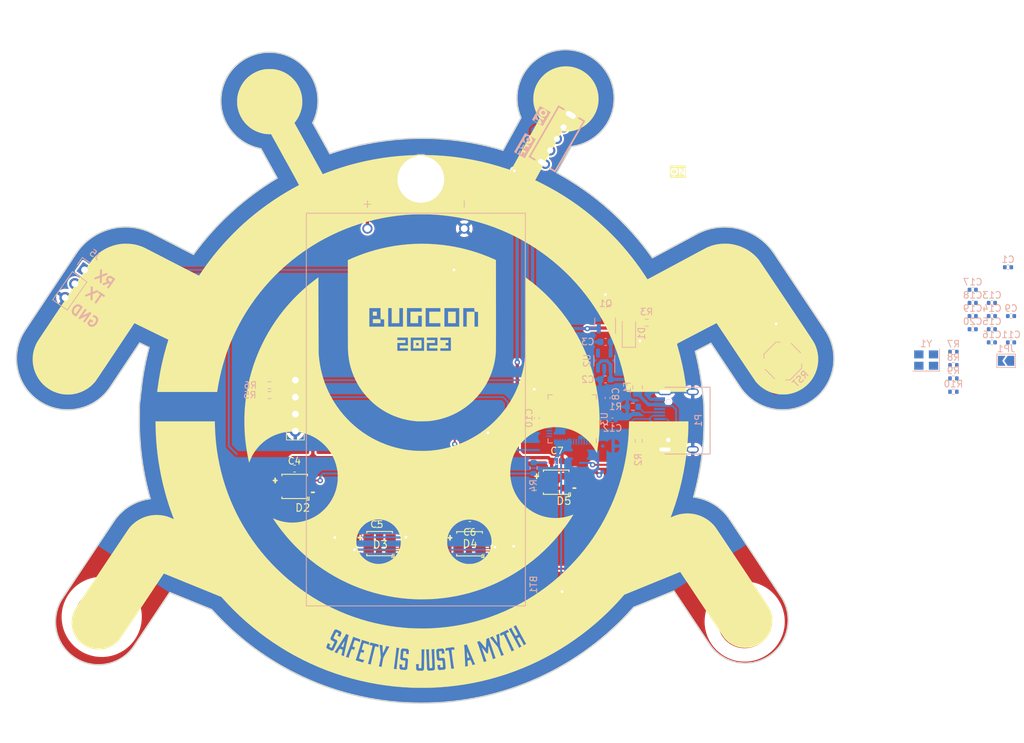
<source format=kicad_pcb>
(kicad_pcb (version 20221018) (generator pcbnew)
  (layers (0 "F.Cu" signal) (31 "B.Cu" signal) (34 "B.Paste" user) (35 "F.Paste" user) (36 "B.SilkS" user "B.Silkscreen") (37 "F.SilkS" user "F.Silkscreen") (38 "B.Mask" user) (39 "F.Mask" user) (44 "Edge.Cuts" user))
  (net 0 "")
  (net 1 "+3V3")
  (net 2 "GND")
  (net 3 "+3.3V")
  (net 4 "Net-(D1-K)")
  (net 5 "VBUS")
  (net 6 "Net-(F1-Pad1)")
  (net 7 "/SDA")
  (net 8 "/SCL")
  (net 9 "/TX")
  (net 10 "/RX")
  (net 11 "+BATT")
  (net 12 "Net-(P1-CC)")
  (net 13 "/D+")
  (net 14 "/D-")
  (net 15 "Net-(P1-VCONN)")
  (net 16 "/PIN")
  (net 17 "Net-(D2-DIN)")
  (net 18 "/RST")
  (net 19 "/IN1")
  (net 21 "Net-(D2-DOUT)")
  (net 22 "Net-(D3-DOUT)")
  (net 23 "Net-(D4-DOUT)")
  (net 25 "/IN2")
  (net 26 "+1V2")
  (net 27 "Net-(U3-XIN)")
  (net 28 "Net-(C11-Pad1)")
  (net 29 "/QSPI_CS")
  (net 30 "Net-(U3-USB_DP)")
  (net 31 "Net-(U3-USB_DM)")
  (net 32 "Net-(U3-XOUT)")
  (net 33 "/QSPI_SS")
  (net 48 "/RESET")
  (net 62 "/QSPI_SD3")
  (net 63 "/QSPI_SCK")
  (net 64 "/QSPI_SD0")
  (net 65 "/QSPI_SD2")
  (net 66 "/QSPI_SD1")
  (footprint "Connector_PinSocket_2.54mm:PinSocket_1x04_P2.54mm_Vertical" (layer "F.Cu") (at 131.54 95.98)
    (fp_text reference "J1")
    (fp_text value "I2C")
  )
  (footprint "BugCON2023_samd11:LED-SMD_4P-L3.5-W3.5-TL_WS2812B" (layer "F.Cu") (at 131.437 111.8905)
    (fp_text reference "D2")
    (fp_text value "WS2812B" hide)
  )
  (footprint "kibuzzard-652DCDAF" (layer "F.Cu") (at 188.82 64.75)
    (fp_text reference "kibuzzard-652DCDAF" hide)
    (fp_text value "G***" hide)
  )
  (footprint "Capacitor_SMD:C_0603_1608Metric" (layer "F.Cu") (at 170.695 108.08 180)
    (fp_text reference "C7")
    (fp_text value "0.1uF")
  )
  (footprint "BugCON2023_samd11:Piad" (layer "F.Cu") (at 102.61 131.22)
    (fp_text reference "J3" hide)
    (fp_text value "PAD2" hide)
  )
  (footprint "" (layer "F.Cu") (at 150.33 65.91)
    (fp_text reference "")
    (fp_text value "")
  )
  (footprint "BugCON2023_samd11:LED-SMD_4P-L3.5-W3.5-TL_WS2812B" (layer "F.Cu") (at 157.622 120.48)
    (fp_text reference "D4")
    (fp_text value "WS2812B" hide)
  )
  (footprint "BugCON2023_samd11:LED-SMD_4P-L3.5-W3.5-TL_WS2812B" (layer "F.Cu") (at 170.595 111.255)
    (fp_text reference "D5")
    (fp_text value "WS2812B" hide)
  )
  (footprint "BugCON2023_samd11:LED-SMD_4P-L3.5-W3.5-TL_WS2812B" (layer "F.Cu") (at 144.158 120.45)
    (fp_text reference "D3")
    (fp_text value "WS2812B" hide)
  )
  (footprint "Capacitor_SMD:C_0603_1608Metric" (layer "F.Cu") (at 157.672 117.655 180)
    (fp_text reference "C6")
    (fp_text value "0.1uF")
  )
  (footprint "Capacitor_SMD:C_0603_1608Metric" (layer "F.Cu") (at 143.808 117.55 180)
    (fp_text reference "C5")
    (fp_text value "0.1uF")
  )
  (footprint "BugCON2023_samd11:Piad" (layer "F.Cu") (at 198.65 131.99 70)
    (fp_text reference "J4" hide)
    (fp_text value "PAD" hide)
  )
  (footprint "BugCON2023_samd11:Bugcon_svg" (layer "F.Cu") (at 151.022114 95.525413)
    (fp_text reference "Ref**" hide)
    (fp_text value "Val**" hide)
    (fp_line (start -52.297296 -18.546247) (end -59.963296 -7.024185) (stroke (width 0.2)) (layer "Edge.Cuts"))
    (fp_line (start -47.20508 1.490518) (end -42.795515 -5.123829) (stroke (width 0.2)) (layer "Edge.Cuts"))
    (fp_line (start -46.642353 21.545733) (end -54.317578 33.05857) (stroke (width 0.2)) (layer "Edge.Cuts"))
    (fp_line (start -43.607318 40.198744) (end -38.302926 32.246768) (stroke (width 0.2)) (layer "Edge.Cuts"))
    (fp_line (start -42.832415 4.138101) (end -42.850865 6.536609) (stroke (width 0.2)) (layer "Edge.Cuts"))
    (fp_line (start -42.795515 -5.123829) (end -41.393311 -4.441177) (stroke (width 0.2)) (layer "Edge.Cuts"))
    (fp_line (start -42.574114 1.841069) (end -42.832415 4.138101) (stroke (width 0.2)) (layer "Edge.Cuts"))
    (fp_line (start -38.302926 32.246768) (end -32.00223 34.811326) (stroke (width 0.2)) (layer "Edge.Cuts"))
    (fp_line (start -34.742064 -18.380197) (end -40.553833 -21.359882) (stroke (width 0.2)) (layer "Edge.Cuts"))
    (fp_line (start -24.640656 -34.210348) (end -22.205248 -29.810009) (stroke (width 0.2)) (layer "Edge.Cuts"))
    (fp_line (start -14.327073 -33.463121) (end -16.882406 -38.084861) (stroke (width 0.2)) (layer "Edge.Cuts"))
    (fp_line (start 14.30742 -38.841313) (end 11.613712 -33.970498) (stroke (width 0.2)) (layer "Edge.Cuts"))
    (fp_line (start 19.657938 -30.612587) (end 21.82582 -34.533224) (stroke (width 0.2)) (layer "Edge.Cuts"))
    (fp_line (start 31.18 34.47) (end 37.21317 32.016142) (stroke (width 0.2)) (layer "Edge.Cuts"))
    (fp_line (start 37.21317 32.016142) (end 42.517562 39.968118) (stroke (width 0.2)) (layer "Edge.Cuts"))
    (fp_line (start 40.414255 -3.869225) (end 42.738963 -5.077704) (stroke (width 0.2)) (layer "Edge.Cuts"))
    (fp_line (start 40.44193 -21.341432) (end 33.984409 -17.87282) (stroke (width 0.2)) (layer "Edge.Cuts"))
    (fp_line (start 41.70576 4.128876) (end 41.447459 1.831844) (stroke (width 0.2)) (layer "Edge.Cuts"))
    (fp_line (start 41.72421 6.518159) (end 41.70576 4.128876) (stroke (width 0.2)) (layer "Edge.Cuts"))
    (fp_line (start 42.738963 -5.077704) (end 47.120852 1.490518) (stroke (width 0.2)) (layer "Edge.Cuts"))
    (fp_line (start 53.227822 32.827945) (end 45.552597 21.296657) (stroke (width 0.2)) (layer "Edge.Cuts"))
    (fp_line (start 59.879069 -7.024185) (end 52.203844 -18.537022) (stroke (width 0.2)) (layer "Edge.Cuts"))
    (fp_curve (pts (xy -61.097975 -1.267766) (xy -60.692073 0.74329) (xy -59.538945 2.468371) (xy -57.832314 3.612275)) (stroke (width 0.2)) (layer "Edge.Cuts"))
    (fp_curve (pts (xy -59.963296 -7.024185) (xy -61.097975 -5.317554) (xy -61.503876 -3.278823) (xy -61.097975 -1.267766)) (stroke (width 0.2)) (layer "Edge.Cuts"))
    (fp_curve (pts (xy -57.832314 3.612275) (xy -56.568485 4.451752) (xy -55.101705 4.903779) (xy -53.5888 4.903779)) (stroke (width 0.2)) (layer "Edge.Cuts"))
    (fp_curve (pts (xy -55.276981 37.892486) (xy -54.935655 39.580667) (xy -53.967027 41.028996) (xy -52.537147 41.988399)) (stroke (width 0.2)) (layer "Edge.Cuts"))
    (fp_curve (pts (xy -54.317578 33.05857) (xy -55.267756 34.48845) (xy -55.609082 36.204306) (xy -55.276981 37.892486)) (stroke (width 0.2)) (layer "Edge.Cuts"))
    (fp_curve (pts (xy -53.5888 4.903779) (xy -51.015017 4.903779) (xy -48.625734 3.630725) (xy -47.20508 1.490518)) (stroke (width 0.2)) (layer "Edge.Cuts"))
    (fp_curve (pts (xy -52.537147 41.988399) (xy -51.476268 42.698727) (xy -50.240114 43.067728) (xy -48.96706 43.067728)) (stroke (width 0.2)) (layer "Edge.Cuts"))
    (fp_curve (pts (xy -48.96706 43.067728) (xy -46.808403 43.067728) (xy -44.797347 41.997624) (xy -43.607318 40.198744)) (stroke (width 0.2)) (layer "Edge.Cuts"))
    (fp_curve (pts (xy -42.850865 6.536609) (xy -42.850865 10.521822) (xy -42.306589 14.42401) (xy -41.218035 18.206272)) (stroke (width 0.2)) (layer "Edge.Cuts"))
    (fp_curve (pts (xy -41.393311 -4.441177) (xy -41.946812 -2.383995) (xy -42.343489 -0.280688) (xy -42.574114 1.841069)) (stroke (width 0.2)) (layer "Edge.Cuts"))
    (fp_curve (pts (xy -41.218035 18.206272) (xy -43.413592 18.483023) (xy -45.396974 19.682277) (xy -46.642353 21.545733)) (stroke (width 0.2)) (layer "Edge.Cuts"))
    (fp_curve (pts (xy -40.553833 -21.359882) (xy -44.585171 -23.629239) (xy -49.732738 -22.393085) (xy -52.297296 -18.546247)) (stroke (width 0.2)) (layer "Edge.Cuts"))
    (fp_curve (pts (xy -32.00223 34.811326) (xy -28.146168 39.100965) (xy -23.552103 42.495776) (xy -18.330736 44.921959)) (stroke (width 0.2)) (layer "Edge.Cuts"))
    (fp_curve (pts (xy -30.646151 -41.378197) (xy -30.646151 -37.798885) (xy -28.044692 -34.8192) (xy -24.640656 -34.210348)) (stroke (width 0.2)) (layer "Edge.Cuts"))
    (fp_curve (pts (xy -23.367602 -48.656745) (xy -27.38049 -48.656745) (xy -30.646151 -45.391085) (xy -30.646151 -41.378197)) (stroke (width 0.2)) (layer "Edge.Cuts"))
    (fp_curve (pts (xy -22.205248 -29.810009) (xy -27.103739 -26.885675) (xy -31.374928 -22.992712) (xy -34.742064 -18.380197)) (stroke (width 0.2)) (layer "Edge.Cuts"))
    (fp_curve (pts (xy -18.330736 44.921959) (xy -12.749593 47.514192) (xy -6.771773 48.824147) (xy -0.563328 48.824147)) (stroke (width 0.2)) (layer "Edge.Cuts"))
    (fp_curve (pts (xy -16.882406 -38.084861) (xy -16.365804 -39.099614) (xy -16.089053 -40.225068) (xy -16.089053 -41.378197)) (stroke (width 0.2)) (layer "Edge.Cuts"))
    (fp_curve (pts (xy -16.089053 -41.378197) (xy -16.089053 -45.391085) (xy -19.354714 -48.656745) (xy -23.367602 -48.656745)) (stroke (width 0.2)) (layer "Edge.Cuts"))
    (fp_curve (pts (xy -5.240418 -35.501853) (xy -8.340028 -35.160526) (xy -11.384288 -34.468649) (xy -14.327073 -33.463121)) (stroke (width 0.2)) (layer "Edge.Cuts"))
    (fp_curve (pts (xy -0.563328 48.824147) (xy 11.604487 48.824147) (xy 23.144999 43.60278) (xy 31.18 34.47)) (stroke (width 0.2)) (layer "Edge.Cuts"))
    (fp_curve (pts (xy 11.613712 -33.970498) (xy 6.161719 -35.631003) (xy 0.497551 -36.147605) (xy -5.240418 -35.501853)) (stroke (width 0.2)) (layer "Edge.Cuts"))
    (fp_curve (pts (xy 13.698569 -41.756423) (xy 13.698569 -40.74167) (xy 13.910744 -39.754591) (xy 14.30742 -38.841313)) (stroke (width 0.2)) (layer "Edge.Cuts"))
    (fp_curve (pts (xy 20.977117 -49.034972) (xy 16.964229 -49.034972) (xy 13.698569 -45.769311) (xy 13.698569 -41.756423)) (stroke (width 0.2)) (layer "Edge.Cuts"))
    (fp_curve (pts (xy 21.82582 -34.533224) (xy 25.442032 -34.948351) (xy 28.255666 -38.029511) (xy 28.255666 -41.756423)) (stroke (width 0.2)) (layer "Edge.Cuts"))
    (fp_curve (pts (xy 28.255666 -41.756423) (xy 28.255666 -45.769311) (xy 24.990005 -49.034972) (xy 20.977117 -49.034972)) (stroke (width 0.2)) (layer "Edge.Cuts"))
    (fp_curve (pts (xy 33.984409 -17.87282) (xy 30.239047 -23.158762) (xy 25.349781 -27.512977) (xy 19.657938 -30.612587)) (stroke (width 0.2)) (layer "Edge.Cuts"))
    (fp_curve (pts (xy 40.155955 17.957196) (xy 41.198383 14.248734) (xy 41.72421 10.420347) (xy 41.72421 6.518159)) (stroke (width 0.2)) (layer "Edge.Cuts"))
    (fp_curve (pts (xy 41.447459 1.831844) (xy 41.235283 -0.086962) (xy 40.884732 -1.996544) (xy 40.414255 -3.869225)) (stroke (width 0.2)) (layer "Edge.Cuts"))
    (fp_curve (pts (xy 42.517562 39.968118) (xy 43.716816 41.766999) (xy 45.718648 42.837102) (xy 47.877305 42.837102)) (stroke (width 0.2)) (layer "Edge.Cuts"))
    (fp_curve (pts (xy 45.552597 21.296657) (xy 44.316443 19.442426) (xy 42.342287 18.233947) (xy 40.155955 17.957196)) (stroke (width 0.2)) (layer "Edge.Cuts"))
    (fp_curve (pts (xy 47.120852 1.490518) (xy 48.550732 3.630725) (xy 50.93079 4.903779) (xy 53.504573 4.903779)) (stroke (width 0.2)) (layer "Edge.Cuts"))
    (fp_curve (pts (xy 47.877305 42.837102) (xy 49.150359 42.837102) (xy 50.386513 42.458876) (xy 51.447391 41.757774)) (stroke (width 0.2)) (layer "Edge.Cuts"))
    (fp_curve (pts (xy 51.447391 41.757774) (xy 52.877271 40.807596) (xy 53.855124 39.350041) (xy 54.187225 37.66186)) (stroke (width 0.2)) (layer "Edge.Cuts"))
    (fp_curve (pts (xy 52.203844 -18.537022) (xy 49.63006 -22.393085) (xy 44.473269 -23.620014) (xy 40.44193 -21.341432)) (stroke (width 0.2)) (layer "Edge.Cuts"))
    (fp_curve (pts (xy 53.504573 4.903779) (xy 55.017478 4.903779) (xy 56.484258 4.460977) (xy 57.757312 3.612275)) (stroke (width 0.2)) (layer "Edge.Cuts"))
    (fp_curve (pts (xy 54.187225 37.66186) (xy 54.528551 35.97368) (xy 54.187225 34.257824) (xy 53.227822 32.827945)) (stroke (width 0.2)) (layer "Edge.Cuts"))
    (fp_curve (pts (xy 57.757312 3.612275) (xy 59.463942 2.477596) (xy 60.617071 0.74329) (xy 61.022972 -1.267766)) (stroke (width 0.2)) (layer "Edge.Cuts"))
    (fp_curve (pts (xy 61.022972 -1.267766) (xy 61.419649 -3.278823) (xy 61.013747 -5.317554) (xy 59.879069 -7.024185)) (stroke (width 0.2)) (layer "Edge.Cuts"))
  )
  (footprint "Capacitor_SMD:C_0603_1608Metric" (layer "F.Cu") (at 131.42 109.22 180)
    (fp_text reference "C4")
    (fp_text value "0.1uF")
  )
  (footprint "Connector_PinSocket_2.54mm:PinSocket_1x03_P2.54mm_Vertical" (layer "B.Cu") (at 99.97 79.46 145)
    (fp_text reference "J5")
    (fp_text value "Serial")
  )
  (footprint "Package_DFN_QFN:QFN-56-1EP_7x7mm_P0.4mm_EP3.2x3.2mm" (layer "B.Cu") (at 172.99 101.7675 90)
    (fp_text reference "U3")
    (fp_text value "RP2040")
  )
  (footprint "Resistor_SMD:R_0603_1608Metric" (layer "B.Cu") (at 182.95 105.08 90)
    (fp_text reference "R2")
    (fp_text value "5k1")
  )
  (footprint "Capacitor_SMD:C_0402_1005Metric" (layer "B.Cu") (at 235.84 86.38 180)
    (fp_text reference "C14")
    (fp_text value "0.1uF")
  )
  (footprint "Capacitor_SMD:C_0402_1005Metric" (layer "B.Cu") (at 178.3 98.65 90)
    (fp_text reference "C8")
    (fp_text value "1uF")
  )
  (footprint "Capacitor_SMD:C_0402_1005Metric" (layer "B.Cu") (at 235.84 88.35 180)
    (fp_text reference "C15")
    (fp_text value "0.1uF")
  )
  (footprint "Capacitor_SMD:C_0402_1005Metric" (layer "B.Cu") (at 235.84 90.32 180)
    (fp_text reference "C16")
    (fp_text value "0.1uF")
  )
  (footprint "Resistor_SMD:R_0402_1005Metric" (layer "B.Cu") (at 230.08 97.71 180)
    (fp_text reference "R10")
    (fp_text value "10k")
  )
  (footprint "Resistor_SMD:R_0402_1005Metric" (layer "B.Cu") (at 230.08 91.74 180)
    (fp_text reference "R7")
    (fp_text value "27")
  )
  (footprint "Capacitor_SMD:C_0402_1005Metric" (layer "B.Cu") (at 232.97 86.38 180)
    (fp_text reference "C19")
    (fp_text value "0.1uF")
  )
  (footprint "Capacitor_SMD:C_0402_1005Metric" (layer "B.Cu") (at 232.97 88.35 180)
    (fp_text reference "C20")
    (fp_text value "0.1uF")
  )
  (footprint "Capacitor_SMD:C_0402_1005Metric" (layer "B.Cu") (at 167.68 101.65 -90)
    (fp_text reference "C10")
    (fp_text value "0.1uF")
  )
  (footprint "Resistor_SMD:R_0402_1005Metric" (layer "B.Cu") (at 230.08 95.72 180)
    (fp_text reference "R9")
    (fp_text value "1k")
  )
  (footprint "BugCON2023_samd11:C393939" (layer "B.Cu") (at 186.8925 102.04 -90)
    (fp_text reference "P1")
    (fp_text value "USB_C_Plug_USB2.0" hide)
  )
  (footprint "Capacitor_SMD:C_0402_1005Metric" (layer "B.Cu") (at 238.71 90.32 180)
    (fp_text reference "C11")
    (fp_text value "27pF")
  )
  (footprint "Capacitor_SMD:C_0402_1005Metric" (layer "B.Cu") (at 179.02 102.01)
    (fp_text reference "C12")
    (fp_text value "0.1uF")
  )
  (footprint "Diode_SMD:D_SOD-123F" (layer "B.Cu") (at 181.49 88.8425 90)
    (fp_text reference "D1")
    (fp_text value "MBR120")
  )
  (footprint "kibuzzard-652DCDD3" (layer "B.Cu") (at 168.38 56.42 -120)
    (fp_text reference "kibuzzard-652DCDD3" hide)
    (fp_text value "G***" hide)
  )
  (footprint "Capacitor_SMD:C_0402_1005Metric" (layer "B.Cu") (at 235.84 84.41 180)
    (fp_text reference "C13")
    (fp_text value "1uF")
  )
  (footprint "Capacitor_SMD:C_0402_1005Metric" (layer "B.Cu") (at 232.97 84.41 180)
    (fp_text reference "C18")
    (fp_text value "0.1uF")
  )
  (footprint "Resistor_SMD:R_0603_1608Metric" (layer "B.Cu") (at 167.21 109.135 -90)
    (fp_text reference "R4")
    (fp_text value "470")
  )
  (footprint "Jumper:SolderJumper-2_P1.3mm_Open_TrianglePad1.0x1.5mm" (layer "B.Cu") (at 237.97 93.08 180)
    (fp_text reference "JP1")
    (fp_text value "BOOT")
  )
  (footprint "Resistor_SMD:R_0603_1608Metric" (layer "B.Cu") (at 127.66 96.74)
    (fp_text reference "R6")
    (fp_text value "4.7")
  )
  (footprint "Crystal:Crystal_SMD_3225-4Pin_3.2x2.5mm" (layer "B.Cu") (at 226 92.97 180)
    (fp_text reference "Y1")
    (fp_text value "12MHz")
  )
  (footprint "Capacitor_SMD:C_0402_1005Metric" (layer "B.Cu") (at 238.26 79.07 180)
    (fp_text reference "C1")
    (fp_text value "0.1uF")
  )
  (footprint "BugCON2023_samd11:SW-TH_SK12D07VG4" (layer "B.Cu") (at 170.706699 59.849817 -120)
    (fp_text reference "SW2" hide)
    (fp_text value "ON" hide)
  )
  (footprint "Resistor_SMD:R_0402_1005Metric" (layer "B.Cu") (at 230.08 93.73 180)
    (fp_text reference "R8")
    (fp_text value "27")
  )
  (footprint "Package_TO_SOT_SMD:SOT-23" (layer "B.Cu") (at 177.93 87.315 90)
    (fp_text reference "Q1")
    (fp_text value "DMG3415U-7")
  )
  (footprint "Fuse:Fuse_0805_2012Metric" (layer "B.Cu") (at 182.78 97.06 90)
    (fp_text reference "F1")
    (fp_text value "0.5A")
  )
  (footprint "Package_TO_SOT_SMD:SOT-23-5" (layer "B.Cu") (at 177.8 93.0625 90)
    (fp_text reference "U2")
    (fp_text value "AP2112K-3.3")
  )
  (footprint "Button_Switch_SMD:SW_SPST_TL3342" (layer "B.Cu") (at 204.54 93.12 45)
    (fp_text reference "RST")
    (fp_text value "SW_Push")
  )
  (footprint "Capacitor_SMD:C_0402_1005Metric" (layer "B.Cu") (at 238.71 86.38 180)
    (fp_text reference "C9")
    (fp_text value "27pF")
  )
  (footprint "Resistor_SMD:R_0603_1608Metric" (layer "B.Cu") (at 127.66 98.22 180)
    (fp_text reference "R5")
    (fp_text value "4.7")
  )
  (footprint "Capacitor_SMD:C_0402_1005Metric" (layer "B.Cu") (at 232.97 82.44 180)
    (fp_text reference "C17")
    (fp_text value "0.1uF")
  )
  (footprint "Resistor_SMD:R_0603_1608Metric" (layer "B.Cu") (at 184.16 87.375)
    (fp_text reference "R3")
    (fp_text value "100K")
  )
  (footprint "Capacitor_SMD:C_0603_1608Metric" (layer "B.Cu") (at 177.975 95.865 180)
    (fp_text reference "C2")
    (fp_text value "10uF")
  )
  (footprint "Resistor_SMD:R_0603_1608Metric" (layer "B.Cu") (at 182.06 99.96)
    (fp_text reference "R1")
    (fp_text value "5k1")
  )
  (footprint "kibuzzard-652DCDF1" (layer "B.Cu") (at 165.92 60.86 -120)
    (fp_text reference "kibuzzard-652DCDF1" hide)
    (fp_text value "G***" hide)
  )
  (footprint "Capacitor_SMD:C_0603_1608Metric" (layer "B.Cu") (at 177.995 90.255 180)
    (fp_text reference "C3")
    (fp_text value "10uF")
  )
  (footprint "BugCON2023_samd11:BAT_2462" (layer "B.Cu") (at 149.58 100.38 90)
    (fp_text reference "BT1")
    (fp_text value "Battery_Cell")
  )
  (gr_text "GND" (at 101.52 88.51 325) (layer "B.SilkS") (effects (font (size 1.5 1.5) (thickness 0.3) bold) (justify left bottom mirror)))
  (gr_text "TX\n" (at 102.17 84.94 325) (layer "B.SilkS") (effects (font (size 1.5 1.5) (thickness 0.3) bold) (justify left bottom mirror)))
  (gr_text "RX\n" (at 103.85 82.57 325) (layer "B.SilkS") (effects (font (size 1.5 1.5) (thickness 0.3) bold) (justify left bottom mirror)))
  (segment (start 178.77 91.905) (end 178.75 91.925) (width 0.5) (layer "B.Cu") (net 1))
  (segment (start 179.69 87.4425) (end 178.88 88.2525) (width 0.5) (layer "B.Cu") (net 1))
  (segment (start 181.49 87.4425) (end 179.69 87.4425) (width 0.5) (layer "B.Cu") (net 1))
  (segment (start 178.88 90.145) (end 178.77 90.255) (width 0.5) (layer "B.Cu") (net 1))
  (segment (start 178.83 88.17) (end 178.8625 88.1375) (width 0.5) (layer "B.Cu") (net 1))
  (segment (start 178.88 88.2525) (end 178.88 90.145) (width 0.5) (layer "B.Cu") (net 1))
  (segment (start 183.335 87.375) (end 181.5575 87.375) (width 0.5) (layer "B.Cu") (net 1))
  (segment (start 178.77 90.255) (end 178.77 91.905) (width 0.5) (layer "B.Cu") (net 1))
  (segment (start 178.7975 88.1375) (end 178.83 88.17) (width 0.5) (layer "B.Cu") (net 1))
  (segment (start 181.5575 87.375) (end 181.49 87.4425) (width 0.5) (layer "B.Cu") (net 1))
  (via (at 164.24 120.86) (size 0.8) (drill 0.4) (layers "F.Cu" "B.Cu") (net 2))
  (via (at 160.37 103.86) (size 0.8) (drill 0.4) (layers "F.Cu" "B.Cu") (net 2))
  (segment (start 177.2 95.865) (end 177.8 95.265) (width 0.4) (layer "B.Cu") (net 2))
  (segment (start 177.8 95.265) (end 177.8 94.2) (width 0.4) (layer "B.Cu") (net 2))
  (segment (start 133.73 107.58) (end 134.62 107.58) (width 0.5) (layer "F.Cu") (net 3))
  (segment (start 143.033 115.48) (end 144.23 115.48) (width 0.5) (layer "F.Cu") (net 3))
  (segment (start 144.23 115.48) (end 143.723 115.48) (width 0.5) (layer "F.Cu") (net 3))
  (segment (start 165.860183 59.849817) (end 170.706699 59.849817) (width 0.5) (layer "F.Cu") (net 3))
  (segment (start 176.6 109.75) (end 173.789 109.75) (width 0.5) (layer "F.Cu") (net 3))
  (segment (start 143.02 108.34) (end 143.04 108.34) (width 0.5) (layer "F.Cu") (net 3))
  (segment (start 164.77 106.81) (end 164 107.58) (width 0.5) (layer "F.Cu") (net 3))
  (segment (start 156.897 117.655) (end 156.897 118.677) (width 0.5) (layer "F.Cu") (net 3))
  (segment (start 143.033 117.55) (end 143.033 119.047) (width 0.5) (layer "F.Cu") (net 3))
  (segment (start 156.897 116.237) (end 156.897 117.655) (width 0.5) (layer "F.Cu") (net 3))
  (segment (start 143.033 108.34) (end 143.02 108.34) (width 0.5) (layer "F.Cu") (net 3))
  (segment (start 134.16 107.12) (end 134.16 101.61) (width 0.5) (layer "F.Cu") (net 3))
  (segment (start 173.789 109.75) (end 173.4555 109.4165) (width 0.5) (layer "F.Cu") (net 3))
  (segment (start 133.73 107.55) (end 133.73 107.58) (width 0.5) (layer "F.Cu") (net 3))
  (segment (start 143.033 114.79) (end 143.033 108.34) (width 0.5) (layer "F.Cu") (net 3))
  (segment (start 130.685 110.1145) (end 130.685 108.055) (width 0.5) (layer "F.Cu") (net 3))
  (segment (start 131.16 107.58) (end 133.73 107.58) (width 0.5) (layer "F.Cu") (net 3))
  (segment (start 143.04 108.34) (end 143.8 107.58) (width 0.5) (layer "F.Cu") (net 3))
  (segment (start 143.033 116.12) (end 143.033 117.55) (width 0.5) (layer "F.Cu") (net 3))
  (segment (start 164.34 61.37) (end 165.860183 59.849817) (width 0.5) (layer "F.Cu") (net 3))
  (segment (start 134.16 107.12) (end 133.73 107.55) (width 0.5) (layer "F.Cu") (net 3))
  (segment (start 142.26 107.58) (end 143.04 107.58) (width 0.5) (layer "F.Cu") (net 3))
  (segment (start 143.033 115.48) (end 143.033 114.79) (width 0.5) (layer "F.Cu") (net 3))
  (segment (start 134.62 107.58) (end 134.16 107.12) (width 0.5) (layer "F.Cu") (net 3))
  (segment (start 164.77 106.19) (end 164.77 107.58) (width 0.5) (layer "F.Cu") (net 3))
  (segment (start 143.033 107.587) (end 143.04 107.58) (width 0.5) (layer "F.Cu") (net 3))
  (segment (start 169.42 107.58) (end 169.92 108.08) (width 0.5) (layer "F.Cu") (net 3))
  (segment (start 169.92 108.08) (end 169.92 109.402) (width 0.5) (layer "F.Cu") (net 3))
  (segment (start 156.897 118.677) (end 155.984 119.59) (width 0.5) (layer "F.Cu") (net 3))
  (segment (start 164.77 107.58) (end 164 107.58) (width 0.5) (layer "F.Cu") (net 3))
  (segment (start 144.23 115.48) (end 156.14 115.48) (width 0.5) (layer "F.Cu") (net 3))
  (segment (start 156.14 115.48) (end 156.897 116.237) (width 0.5) (layer "F.Cu") (net 3))
  (segment (start 164.34 64.64) (end 164.34 61.37) (width 0.5) (layer "F.Cu") (net 3))
  (segment (start 144.23 115.48) (end 143.673 115.48) (width 0.5) (layer "F.Cu") (net 3))
  (segment (start 169.92 107.93) (end 169.92 108.08) (width 0.5) (layer "F.Cu") (net 3))
  (segment (start 170.536699 59.849817) (end 170.746699 59.639817) (width 0.5) (layer "F.Cu") (net 3))
  (segment (start 143.033 119.047) (end 142.52 119.56) (width 0.5) (layer "F.Cu") (net 3))
  (segment (start 133.61 101.06) (end 131.54 101.06) (width 0.5) (layer "F.Cu") (net 3))
  (segment (start 164.77 106.81) (end 164.77 106.91) (width 0.5) (layer "F.Cu") (net 3))
  (segment (start 164.77 106.19) (end 164.77 106.81) (width 0.5) (layer "F.Cu") (net 3))
  (segment (start 169.9055 109.4165) (end 168.957 110.365) (width 0.5) (layer "F.Cu") (net 3))
  (segment (start 134.16 101.61) (end 133.61 101.06) (width 0.5) (layer "F.Cu") (net 3))
  (segment (start 167.23 107.58) (end 165.44 107.58) (width 0.5) (layer "F.Cu") (net 3))
  (segment (start 143.04 107.58) (end 143.8 107.58) (width 0.5) (layer "F.Cu") (net 3))
  (segment (start 143.673 115.48) (end 143.033 116.12) (width 0.5) (layer "F.Cu") (net 3))
  (segment (start 129.799 111.0005) (end 130.685 110.1145) (width 0.5) (layer "F.Cu") (net 3))
  (segment (start 143.723 115.48) (end 143.033 114.79) (width 0.5) (layer "F.Cu") (net 3))
  (segment (start 169.92 109.402) (end 168.957 110.365) (width 0.5) (layer "F.Cu") (net 3))
  (segment (start 143.033 115.48) (end 143.033 116.12) (width 0.5) (layer "F.Cu") (net 3))
  (segment (start 164.77 93.3) (end 164.77 106.19) (width 0.5) (layer "F.Cu") (net 3))
  (segment (start 143.033 108.34) (end 143.033 107.587) (width 0.5) (layer "F.Cu") (net 3))
  (segment (start 177.04 110.19) (end 176.6 109.75) (width 0.5) (layer "F.Cu") (net 3))
  (segment (start 130.685 108.055) (end 131.16 107.58) (width 0.5) (layer "F.Cu") (net 3))
  (segment (start 164.77 106.91) (end 165.44 107.58) (width 0.5) (layer "F.Cu") (net 3))
  (segment (start 173.4555 109.4165) (end 169.9055 109.4165) (width 0.5) (layer "F.Cu") (net 3))
  (segment (start 164 107.58) (end 143.8 107.58) (width 0.5) (layer "F.Cu") (net 3))
  (segment (start 165.44 107.58) (end 164.77 107.58) (width 0.5) (layer "F.Cu") (net 3))
  (segment (start 134.62 107.58) (end 142.26 107.58) (width 0.5) (layer "F.Cu") (net 3))
  (segment (start 143.02 108.34) (end 142.26 107.58) (width 0.5) (layer "F.Cu") (net 3))
  (segment (start 167.23 107.58) (end 169.42 107.58) (width 0.5) (layer "F.Cu") (net 3))
  (via (at 164.34 64.64) (size 0.8) (drill 0.4) (layers "F.Cu" "B.Cu") (net 3))
  (via (at 177.04 110.19) (size 0.8) (drill 0.4) (layers "F.Cu" "B.Cu") (net 3))
  (via (at 164.77 93.3) (size 0.8) (drill 0.4) (layers "F.Cu" "B.Cu") (net 3))
  (segment (start 127.64 101.06) (end 126.835 100.255) (width 0.5) (layer "B.Cu") (net 3))
  (segment (start 164.34 64.64) (end 164.75 65.05) (width 0.5) (layer "B.Cu") (net 3))
  (segment (start 177.04 110.19) (end 177.575 109.655) (width 0.5) (layer "B.Cu") (net 3))
  (segment (start 126.835 98.22) (end 126.835 96.74) (width 0.5) (layer "B.Cu") (net 3))
  (segment (start 131.54 101.06) (end 127.64 101.06) (width 0.5) (layer "B.Cu") (net 3))
  (segment (start 126.835 100.255) (end 126.835 98.22) (width 0.5) (layer "B.Cu") (net 3))
  (segment (start 164.75 65.05) (end 164.75 93.28) (width 0.5) (layer "B.Cu") (net 3))
  (segment (start 177.575 105.84) (end 177.565 105.83) (width 0.5) (layer "B.Cu") (net 3))
  (segment (start 164.75 93.28) (end 164.77 93.3) (width 0.5) (layer "B.Cu") (net 3))
  (segment (start 175.3525 88.17) (end 175.27 88.2525) (width 0.5) (layer "F.Cu") (net 4))
  (segment (start 182.57 88.17) (end 175.3525 88.17) (width 0.5) (layer "F.Cu") (net 4))
  (segment (start 183.13 90.1) (end 183.13 88.73) (width 0.5) (layer "F.Cu") (net 4))
  (segment (start 183.13 88.73) (end 182.57 88.17) (width 0.5) (layer "F.Cu") (net 4))
  (via (at 175.27 88.2525) (size 0.8) (drill 0.4) (layers "F.Cu" "B.Cu") (net 4))
  (via (at 183.13 90.1) (size 0.8) (drill 0.4) (layers "F.Cu" "B.Cu") (net 4))
  (segment (start 167.7125 88.2525) (end 167.051187 87.591187) (width 0.5) (layer "B.Cu") (net 4))
  (segment (start 167.422234 58.117766) (end 171.706699 58.117766) (width 0.5) (layer "B.Cu") (net 4))
  (segment (start 167.051187 87.591187) (end 167.051187 58.488813) (width 0.5) (layer "B.Cu") (net 4))
  (segment (start 167.051187 58.488813) (end 167.422234 58.117766) (width 0.5) (layer "B.Cu") (net 4))
  (segment (start 183.13 90.1) (end 181.6325 90.1) (width 0.5) (layer "B.Cu") (net 4))
  (segment (start 181.6325 90.1) (end 181.49 90.2425) (width 0.5) (layer "B.Cu") (net 4))
  (segment (start 176.98 88.2525) (end 175.27 88.2525) (width 0.5) (layer "B.Cu") (net 4))
  (segment (start 175.27 88.2525) (end 167.7125 88.2525) (width 0.5) (layer "B.Cu") (net 4))
  (segment (start 176.85 93.638972) (end 176.85 94.2) (width 0.5) (layer "B.Cu") (net 5))
  (segment (start 178.75 94.2) (end 178.75 93.638972) (width 0.5) (layer "B.Cu") (net 5))
  (segment (start 178.198528 93.0875) (end 177.401472 93.0875) (width 0.5) (layer "B.Cu") (net 5))
  (segment (start 178.75 95.865) (end 182.5225 95.865) (width 0.5) (layer "B.Cu") (net 5))
  (segment (start 177.401472 93.0875) (end 176.85 93.638972) (width 0.5) (layer "B.Cu") (net 5))
  (segment (start 178.75 94.2) (end 178.75 95.865) (width 0.5) (layer "B.Cu") (net 5))
  (segment (start 178.75 93.638972) (end 178.198528 93.0875) (width 0.5) (layer "B.Cu") (net 5))
  (segment (start 182.5225 95.865) (end 182.78 96.1225) (width 0.5) (layer "B.Cu") (net 5))
  (segment (start 186.2525 99.825) (end 186.0675 99.64) (width 0.3) (layer "B.Cu") (net 6))
  (segment (start 188.005 99.825) (end 186.2525 99.825) (width 0.3) (layer "B.Cu") (net 6))
  (segment (start 188.56 103.86) (end 188.56 100.38) (width 0.3) (layer "B.Cu") (net 6))
  (segment (start 184.4225 99.64) (end 182.78 97.9975) (width 0.5) (layer "B.Cu") (net 6))
  (segment (start 186.0675 104.44) (end 186.2525 104.255) (width 0.3) (layer "B.Cu") (net 6))
  (segment (start 188.56 100.38) (end 188.005 99.825) (width 0.3) (layer "B.Cu") (net 6))
  (segment (start 186.2525 104.255) (end 188.165 104.255) (width 0.3) (layer "B.Cu") (net 6))
  (segment (start 186.0675 99.64) (end 184.4225 99.64) (width 0.5) (layer "B.Cu") (net 6))
  (segment (start 188.165 104.255) (end 188.56 103.86) (width 0.3) (layer "B.Cu") (net 6))
  (segment (start 129.245 95.98) (end 131.54 95.98) (width 0.3) (layer "B.Cu") (net 7))
  (segment (start 171.73 95.98) (end 172.42 96.67) (width 0.25) (layer "B.Cu") (net 7))
  (segment (start 128.485 96.74) (end 129.245 95.98) (width 0.3) (layer "B.Cu") (net 7))
  (segment (start 131.54 95.98) (end 171.73 95.98) (width 0.25) (layer "B.Cu") (net 7))
  (segment (start 128.785 98.52) (end 128.485 98.22) (width 0.25) (layer "B.Cu") (net 8))
  (segment (start 131.54 98.52) (end 128.785 98.52) (width 0.25) (layer "B.Cu") (net 8))
  (segment (start 162.63 98.52) (end 163.35 99.24) (width 0.25) (layer "B.Cu") (net 8))
  (segment (start 163.35 99.24) (end 163.35 101.8) (width 0.25) (layer "B.Cu") (net 8))
  (segment (start 131.54 98.52) (end 162.63 98.52) (width 0.25) (layer "B.Cu") (net 8))
  (segment (start 163.35 101.8) (end 164.84 103.29) (width 0.25) (layer "B.Cu") (net 8))
  (segment (start 121.57 105.87) (end 121.57 83.16) (width 0.3) (layer "B.Cu") (net 9))
  (segment (start 122.75 107.05) (end 121.57 105.87) (width 0.3) (layer "B.Cu") (net 9))
  (segment (start 121.57 83.16) (end 119.950646 81.540646) (width 0.3) (layer "B.Cu") (net 9))
  (segment (start 119.950646 81.540646) (end 98.513116 81.540646) (width 0.3) (layer "B.Cu") (net 9))
  (segment (start 155.29 79.46) (end 155.4 79.57) (width 0.3) (layer "F.Cu") (net 10))
  (segment (start 155.4 79.57) (end 155.4 105.56) (width 0.3) (layer "F.Cu") (net 10))
  (via (at 155.29 79.46) (size 0.8) (drill 0.4) (layers "F.Cu" "B.Cu") (net 10))
  (via (at 155.4 105.56) (size 0.8) (drill 0.4) (layers "F.Cu" "B.Cu") (net 10))
  (segment (start 155.67 105.83) (end 155.4 105.56) (width 0.3) (layer "B.Cu") (net 10))
  (segment (start 155.29 79.46) (end 99.97 79.46) (width 0.3) (layer "B.Cu") (net 10))
  (segment (start 177.97 83.15) (end 177.99 83.13) (width 0.5) (layer "F.Cu") (net 11))
  (segment (start 177.99 72.71) (end 175.39 70.11) (width 0.5) (layer "F.Cu") (net 11))
  (segment (start 142.33 70.99) (end 142.33 73.28) (width 0.5) (layer "F.Cu") (net 11))
  (segment (start 143.21 70.11) (end 142.33 70.99) (width 0.5) (layer "F.Cu") (net 11))
  (segment (start 177.99 83.13) (end 177.99 72.71) (width 0.5) (layer "F.Cu") (net 11))
  (segment (start 175.39 70.11) (end 143.21 70.11) (width 0.5) (layer "F.Cu") (net 11))
  (via (at 177.97 83.15) (size 0.8) (drill 0.4) (layers "F.Cu" "B.Cu") (net 11))
  (segment (start 177.97 83.15) (end 177.97 86.3375) (width 0.5) (layer "B.Cu") (net 11))
  (segment (start 177.97 86.3375) (end 177.93 86.3775) (width 0.5) (layer "B.Cu") (net 11))
  (segment (start 186.0675 100.79) (end 183.715 100.79) (width 0.2) (layer "B.Cu") (net 12))
  (segment (start 183.715 100.79) (end 182.885 99.96) (width 0.2) (layer "B.Cu") (net 12))
  (segment (start 186.0675 102.79) (end 184.5 102.79) (width 0.2) (layer "B.Cu") (net 13))
  (segment (start 183.96 102.25) (end 182.415747 102.25) (width 0.2) (layer "B.Cu") (net 13))
  (segment (start 187.1425 101.79) (end 187.45 102.0975) (width 0.2) (layer "B.Cu") (net 13))
  (segment (start 184.5 102.79) (end 183.96 102.25) (width 0.2) (layer "B.Cu") (net 13))
  (segment (start 182.415747 102.25) (end 181.795747 102.87) (width 0.2) (layer "B.Cu") (net 13))
  (segment (start 187.1425 102.79) (end 186.0675 102.79) (width 0.2) (layer "B.Cu") (net 13))
  (segment (start 186.0675 101.79) (end 187.1425 101.79) (width 0.2) (layer "B.Cu") (net 13))
  (segment (start 187.45 102.4825) (end 187.1425 102.79) (width 0.2) (layer "B.Cu") (net 13))
  (segment (start 187.45 102.0975) (end 187.45 102.4825) (width 0.2) (layer "B.Cu") (net 13))
  (segment (start 184.9925 102.29) (end 184.66 101.9575) (width 0.2) (layer "B.Cu") (net 14))
  (segment (start 184.51 101.7725) (end 184.66 101.6225) (width 0.2) (layer "B.Cu") (net 14))
  (segment (start 184.51 101.8075) (end 184.66 101.9575) (width 0.2) (layer "B.Cu") (net 14))
  (segment (start 184.51 101.78) (end 184.51 101.7725) (width 0.2) (layer "B.Cu") (net 14))
  (segment (start 184.9925 101.29) (end 186.0675 101.29) (width 0.2) (layer "B.Cu") (net 14))
  (segment (start 184.66 101.78) (end 184.66 101.6225) (width 0.2) (layer "B.Cu") (net 14))
  (segment (start 184.51 101.78) (end 182.249347 101.78) (width 0.2) (layer "B.Cu") (net 14))
  (segment (start 186.0675 102.29) (end 184.9925 102.29) (width 0.2) (layer "B.Cu") (net 14))
  (segment (start 184.66 101.6225) (end 184.9925 101.29) (width 0.2) (layer "B.Cu") (net 14))
  (segment (start 184.66 101.9575) (end 184.66 101.78) (width 0.2) (layer "B.Cu") (net 14))
  (segment (start 184.66 101.78) (end 184.51 101.78) (width 0.2) (layer "B.Cu") (net 14))
  (segment (start 182.249347 101.78) (end 181.609347 102.42) (width 0.2) (layer "B.Cu") (net 14))
  (segment (start 184.51 101.78) (end 184.51 101.8075) (width 0.2) (layer "B.Cu") (net 14))
  (segment (start 183.415 103.79) (end 182.95 104.255) (width 0.2) (layer "B.Cu") (net 15))
  (segment (start 186.0675 103.79) (end 183.415 103.79) (width 0.2) (layer "B.Cu") (net 15))
  (segment (start 169.195 108.36) (end 167.26 108.36) (width 0.25) (layer "B.Cu") (net 16))
  (segment (start 167.26 108.36) (end 167.21 108.31) (width 0.25) (layer "B.Cu") (net 16))
  (segment (start 135.26 111.01) (end 133.0845 111.01) (width 0.3) (layer "F.Cu") (net 17))
  (segment (start 133.0845 111.01) (end 133.075 111.0005) (width 0.3) (layer "F.Cu") (net 17))
  (via (at 135.26 111.01) (size 0.8) (drill 0.4) (layers "F.Cu" "B.Cu") (net 17))
  (segment (start 135.71 109.96) (end 135.26 110.41) (width 0.3) (layer "B.Cu") (net 17))
  (segment (start 135.26 110.41) (end 135.26 111.01) (width 0.3) (layer "B.Cu") (net 17))
  (segment (start 167.21 109.96) (end 135.71 109.96) (width 0.3) (layer "B.Cu") (net 17))
  (segment (start 167.31 86.91) (end 168.86 85.36) (width 0.2) (layer "F.Cu") (net 18))
  (segment (start 201.34 85.36) (end 203.52 87.54) (width 0.2) (layer "F.Cu") (net 18))
  (segment (start 168.86 85.36) (end 201.34 85.36) (width 0.2) (layer "F.Cu") (net 18))
  (segment (start 167.31 97.34) (end 167.31 86.91) (width 0.2) (layer "F.Cu") (net 18))
  (via (at 167.31 97.34) (size 0.8) (drill 0.4) (layers "F.Cu" "B.Cu") (net 18))
  (via (at 203.52 87.54) (size 0.8) (drill 0.4) (layers "F.Cu" "B.Cu") (net 18))
  (segment (start 205.423883 89.549111) (end 200.969111 94.003883) (width 0.2) (layer "B.Cu") (net 18))
  (segment (start 203.52 87.645228) (end 205.423883 89.549111) (width 0.2) (layer "B.Cu") (net 18))
  (segment (start 203.52 87.54) (end 203.52 87.645228) (width 0.2) (layer "B.Cu") (net 18))
  (segment (start 193.5 125.46) (end 193.791097 125.751097) (width 0.3) (layer "F.Cu") (net 19))
  (segment (start 184.85 109.62) (end 184.85 116.82) (width 0.3) (layer "F.Cu") (net 19))
  (segment (start 193.49 125.46) (end 193.5 125.46) (width 0.3) (layer "F.Cu") (net 19))
  (segment (start 193.791562 125.741562) (end 197.288438 129.238438) (width 0.25) (layer "F.Cu") (net 19))
  (segment (start 183.88 108.65) (end 184.85 109.62) (width 0.3) (layer "F.Cu") (net 19))
  (segment (start 176.05 108.65) (end 183.88 108.65) (width 0.3) (layer "F.Cu") (net 19))
  (segment (start 184.85 116.82) (end 193.49 125.46) (width 0.3) (layer "F.Cu") (net 19))
  (via (at 176.05 108.65) (size 0.8) (drill 0.4) (layers "F.Cu" "B.Cu") (net 19))
  (segment (start 174.145 108.36) (end 175.76 108.36) (width 0.3) (layer "B.Cu") (net 19))
  (segment (start 175.76 108.36) (end 176.05 108.65) (width 0.3) (layer "B.Cu") (net 19))
  (segment (start 130.67 119.58) (end 129.799 118.709) (width 0.3) (layer "F.Cu") (net 21))
  (segment (start 137.41 119.58) (end 130.67 119.58) (width 0.3) (layer "F.Cu") (net 21))
  (segment (start 129.799 118.709) (end 129.799 112.7805) (width 0.3) (layer "F.Cu") (net 21))
  (segment (start 148.09 119.51) (end 148.04 119.56) (width 0.3) (layer "F.Cu") (net 21))
  (segment (start 148.04 119.56) (end 145.796 119.56) (width 0.3) (layer "F.Cu") (net 21))
  (segment (start 137.45 119.54) (end 137.41 119.58) (width 0.3) (layer "F.Cu") (net 21))
  (via (at 137.45 119.54) (size 0.8) (drill 0.4) (layers "F.Cu" "B.Cu") (net 21))
  (via (at 148.09 119.51) (size 0.8) (drill 0.4) (layers "F.Cu" "B.Cu") (net 21))
  (segment (start 137.48 119.51) (end 148.09 119.51) (width 0.3) (layer "B.Cu") (net 21))
  (segment (start 137.45 119.54) (end 137.48 119.51) (width 0.3) (layer "B.Cu") (net 21))
  (segment (start 161.03 119.59) (end 159.26 119.59) (width 0.3) (layer "F.Cu") (net 22))
  (segment (start 161.44 120.97) (end 161.44 120) (width 0.3) (layer "F.Cu") (net 22))
  (segment (start 140.43 121.34) (end 140.4 121.37) (width 0.3) (layer "F.Cu") (net 22))
  (segment (start 161.44 120) (end 161.03 119.59) (width 0.3) (layer "F.Cu") (net 22))
  (segment (start 142.52 121.34) (end 140.43 121.34) (width 0.3) (layer "F.Cu") (net 22))
  (via (at 140.4 121.37) (size 0.8) (drill 0.4) (layers "F.Cu" "B.Cu") (net 22))
  (via (at 161.44 120.97) (size 0.8) (drill 0.4) (layers "F.Cu" "B.Cu") (net 22))
  (segment (start 140.4 121.37) (end 161.04 121.37) (width 0.3) (layer "B.Cu") (net 22))
  (segment (start 161.04 121.37) (end 161.44 120.97) (width 0.3) (layer "B.Cu") (net 22))
  (segment (start 174.925 110.365) (end 172.233 110.365) (width 0.3) (layer "F.Cu") (net 23))
  (segment (start 175.41 110.85) (end 174.925 110.365) (width 0.3) (layer "F.Cu") (net 23))
  (segment (start 155.984 121.37) (end 155.984 123.064) (width 0.3) (layer "F.Cu") (net 23))
  (segment (start 157.14 124.22) (end 173.03 124.22) (width 0.3) (layer "F.Cu") (net 23))
  (segment (start 155.984 123.064) (end 157.14 124.22) (width 0.3) (layer "F.Cu") (net 23))
  (segment (start 175.41 121.84) (end 175.41 110.85) (width 0.3) (layer "F.Cu") (net 23))
  (segment (start 173.03 124.22) (end 175.41 121.84) (width 0.3) (layer "F.Cu") (net 23))
  (segment (start 137.52 124.39) (end 107.76 124.39) (width 0.25) (layer "F.Cu") (net 25))
  (segment (start 171.472304 127.637696) (end 140.767696 127.637696) (width 0.25) (layer "F.Cu") (net 25))
  (segment (start 107.75 124.39) (end 103.647795 128.492205) (width 0.25) (layer "F.Cu") (net 25))
  (segment (start 140.767696 127.637696) (end 137.52 124.39) (width 0.25) (layer "F.Cu") (net 25))
  (via (at 171.472304 127.637696) (size 0.8) (drill 0.4) (layers "F.Cu" "B.Cu") (net 25))
  (segment (start 171.34 107.76) (end 171.34 127.77) (width 0.3) (layer "B.Cu") (net 25))
  (zone (net 2) (net_name "GND") (layers "F&B.Cu") (connect_pads (clearance 0.3)) (min_thickness 0.2) (fill yes (thermal_gap 0.5) (thermal_bridge_width 0.5))
    (polygon (pts (xy 216.68 150.18) (xy 87.31 150.35) (xy 87.76 39.05) (xy 215.35 39.92)))
  )
  (zone (net 0) (net_name "") (layer "B.Cu") (connect_pads (clearance 0)) (min_thickness 0.25)
    (keepout (tracks not_allowed) (vias not_allowed) (pads not_allowed) (copperpour not_allowed) (footprints allowed))
    (fill (thermal_gap 0.5) (thermal_bridge_width 0.5))
    (polygon (pts (xy 188.09 127.54) (xy 199.01 120.66) (xy 204.59 129.13) (xy 204.99 130.29) (xy 205.19 131.37) (xy 205.18 132.58) (xy 204.75 134.29) (xy 204.1 135.52) (xy 203.22 136.54) (xy 201.91 137.52) (xy 200.67 138.08) (xy 199.05 138.35) (xy 197.82 138.28) (xy 196.1 137.77) (xy 194.53 136.82) (xy 193.63 135.85) (xy 192.54 134.17)))
  )
  (zone (net 0) (net_name "") (layer "B.Cu") (connect_pads (clearance 0)) (min_thickness 0.25)
    (keepout (tracks not_allowed) (vias not_allowed) (pads not_allowed) (copperpour not_allowed) (footprints allowed))
    (fill (thermal_gap 0.5) (thermal_bridge_width 0.5))
    (polygon (pts (xy 112.7 127.79) (xy 101.93 120.75) (xy 96.27 129.25) (xy 96.01 129.87) (xy 95.8 130.61) (xy 95.64 131.49) (xy 95.62 132.06) (xy 95.72 133.44) (xy 96.24 134.91) (xy 97.03 136.01) (xy 97.48 136.53) (xy 98.42 137.34) (xy 98.99 137.8) (xy 100.29 138.31) (xy 101.97 138.58) (xy 103.34 138.43) (xy 104.74 137.97) (xy 105.73 137.41) (xy 106.42 136.85) (xy 107.13 136.08)))
  )
)
</source>
